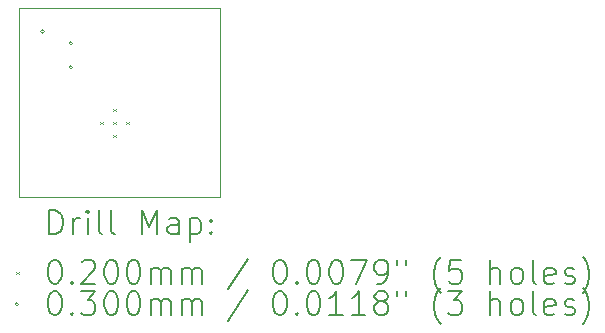
<source format=gbr>
%TF.GenerationSoftware,KiCad,Pcbnew,8.0.7*%
%TF.CreationDate,2025-01-11T12:37:20+01:00*%
%TF.ProjectId,NGCL,4e47434c-2e6b-4696-9361-645f70636258,rev?*%
%TF.SameCoordinates,Original*%
%TF.FileFunction,Drillmap*%
%TF.FilePolarity,Positive*%
%FSLAX45Y45*%
G04 Gerber Fmt 4.5, Leading zero omitted, Abs format (unit mm)*
G04 Created by KiCad (PCBNEW 8.0.7) date 2025-01-11 12:37:20*
%MOMM*%
%LPD*%
G01*
G04 APERTURE LIST*
%ADD10C,0.050000*%
%ADD11C,0.200000*%
%ADD12C,0.100000*%
G04 APERTURE END LIST*
D10*
X15600000Y-11100000D02*
X15600000Y-9500000D01*
X13900000Y-9500000D02*
X13900000Y-11100000D01*
X15600000Y-9500000D02*
X13900000Y-9500000D01*
X13900000Y-11100000D02*
X15600000Y-11100000D01*
D11*
D12*
X14588750Y-10465000D02*
X14608750Y-10485000D01*
X14608750Y-10465000D02*
X14588750Y-10485000D01*
X14698750Y-10355000D02*
X14718750Y-10375000D01*
X14718750Y-10355000D02*
X14698750Y-10375000D01*
X14698750Y-10465000D02*
X14718750Y-10485000D01*
X14718750Y-10465000D02*
X14698750Y-10485000D01*
X14698750Y-10575000D02*
X14718750Y-10595000D01*
X14718750Y-10575000D02*
X14698750Y-10595000D01*
X14808750Y-10465000D02*
X14828750Y-10485000D01*
X14828750Y-10465000D02*
X14808750Y-10485000D01*
X14115000Y-9700000D02*
G75*
G02*
X14085000Y-9700000I-15000J0D01*
G01*
X14085000Y-9700000D02*
G75*
G02*
X14115000Y-9700000I15000J0D01*
G01*
X14355000Y-9800000D02*
G75*
G02*
X14325000Y-9800000I-15000J0D01*
G01*
X14325000Y-9800000D02*
G75*
G02*
X14355000Y-9800000I15000J0D01*
G01*
X14355000Y-10000000D02*
G75*
G02*
X14325000Y-10000000I-15000J0D01*
G01*
X14325000Y-10000000D02*
G75*
G02*
X14355000Y-10000000I15000J0D01*
G01*
D11*
X14158277Y-11413984D02*
X14158277Y-11213984D01*
X14158277Y-11213984D02*
X14205896Y-11213984D01*
X14205896Y-11213984D02*
X14234467Y-11223508D01*
X14234467Y-11223508D02*
X14253515Y-11242555D01*
X14253515Y-11242555D02*
X14263039Y-11261603D01*
X14263039Y-11261603D02*
X14272562Y-11299698D01*
X14272562Y-11299698D02*
X14272562Y-11328269D01*
X14272562Y-11328269D02*
X14263039Y-11366365D01*
X14263039Y-11366365D02*
X14253515Y-11385412D01*
X14253515Y-11385412D02*
X14234467Y-11404460D01*
X14234467Y-11404460D02*
X14205896Y-11413984D01*
X14205896Y-11413984D02*
X14158277Y-11413984D01*
X14358277Y-11413984D02*
X14358277Y-11280650D01*
X14358277Y-11318746D02*
X14367801Y-11299698D01*
X14367801Y-11299698D02*
X14377324Y-11290174D01*
X14377324Y-11290174D02*
X14396372Y-11280650D01*
X14396372Y-11280650D02*
X14415420Y-11280650D01*
X14482086Y-11413984D02*
X14482086Y-11280650D01*
X14482086Y-11213984D02*
X14472562Y-11223508D01*
X14472562Y-11223508D02*
X14482086Y-11233031D01*
X14482086Y-11233031D02*
X14491610Y-11223508D01*
X14491610Y-11223508D02*
X14482086Y-11213984D01*
X14482086Y-11213984D02*
X14482086Y-11233031D01*
X14605896Y-11413984D02*
X14586848Y-11404460D01*
X14586848Y-11404460D02*
X14577324Y-11385412D01*
X14577324Y-11385412D02*
X14577324Y-11213984D01*
X14710658Y-11413984D02*
X14691610Y-11404460D01*
X14691610Y-11404460D02*
X14682086Y-11385412D01*
X14682086Y-11385412D02*
X14682086Y-11213984D01*
X14939229Y-11413984D02*
X14939229Y-11213984D01*
X14939229Y-11213984D02*
X15005896Y-11356841D01*
X15005896Y-11356841D02*
X15072562Y-11213984D01*
X15072562Y-11213984D02*
X15072562Y-11413984D01*
X15253515Y-11413984D02*
X15253515Y-11309222D01*
X15253515Y-11309222D02*
X15243991Y-11290174D01*
X15243991Y-11290174D02*
X15224943Y-11280650D01*
X15224943Y-11280650D02*
X15186848Y-11280650D01*
X15186848Y-11280650D02*
X15167801Y-11290174D01*
X15253515Y-11404460D02*
X15234467Y-11413984D01*
X15234467Y-11413984D02*
X15186848Y-11413984D01*
X15186848Y-11413984D02*
X15167801Y-11404460D01*
X15167801Y-11404460D02*
X15158277Y-11385412D01*
X15158277Y-11385412D02*
X15158277Y-11366365D01*
X15158277Y-11366365D02*
X15167801Y-11347317D01*
X15167801Y-11347317D02*
X15186848Y-11337793D01*
X15186848Y-11337793D02*
X15234467Y-11337793D01*
X15234467Y-11337793D02*
X15253515Y-11328269D01*
X15348753Y-11280650D02*
X15348753Y-11480650D01*
X15348753Y-11290174D02*
X15367801Y-11280650D01*
X15367801Y-11280650D02*
X15405896Y-11280650D01*
X15405896Y-11280650D02*
X15424943Y-11290174D01*
X15424943Y-11290174D02*
X15434467Y-11299698D01*
X15434467Y-11299698D02*
X15443991Y-11318746D01*
X15443991Y-11318746D02*
X15443991Y-11375888D01*
X15443991Y-11375888D02*
X15434467Y-11394936D01*
X15434467Y-11394936D02*
X15424943Y-11404460D01*
X15424943Y-11404460D02*
X15405896Y-11413984D01*
X15405896Y-11413984D02*
X15367801Y-11413984D01*
X15367801Y-11413984D02*
X15348753Y-11404460D01*
X15529705Y-11394936D02*
X15539229Y-11404460D01*
X15539229Y-11404460D02*
X15529705Y-11413984D01*
X15529705Y-11413984D02*
X15520182Y-11404460D01*
X15520182Y-11404460D02*
X15529705Y-11394936D01*
X15529705Y-11394936D02*
X15529705Y-11413984D01*
X15529705Y-11290174D02*
X15539229Y-11299698D01*
X15539229Y-11299698D02*
X15529705Y-11309222D01*
X15529705Y-11309222D02*
X15520182Y-11299698D01*
X15520182Y-11299698D02*
X15529705Y-11290174D01*
X15529705Y-11290174D02*
X15529705Y-11309222D01*
D12*
X13877500Y-11732500D02*
X13897500Y-11752500D01*
X13897500Y-11732500D02*
X13877500Y-11752500D01*
D11*
X14196372Y-11633984D02*
X14215420Y-11633984D01*
X14215420Y-11633984D02*
X14234467Y-11643508D01*
X14234467Y-11643508D02*
X14243991Y-11653031D01*
X14243991Y-11653031D02*
X14253515Y-11672079D01*
X14253515Y-11672079D02*
X14263039Y-11710174D01*
X14263039Y-11710174D02*
X14263039Y-11757793D01*
X14263039Y-11757793D02*
X14253515Y-11795888D01*
X14253515Y-11795888D02*
X14243991Y-11814936D01*
X14243991Y-11814936D02*
X14234467Y-11824460D01*
X14234467Y-11824460D02*
X14215420Y-11833984D01*
X14215420Y-11833984D02*
X14196372Y-11833984D01*
X14196372Y-11833984D02*
X14177324Y-11824460D01*
X14177324Y-11824460D02*
X14167801Y-11814936D01*
X14167801Y-11814936D02*
X14158277Y-11795888D01*
X14158277Y-11795888D02*
X14148753Y-11757793D01*
X14148753Y-11757793D02*
X14148753Y-11710174D01*
X14148753Y-11710174D02*
X14158277Y-11672079D01*
X14158277Y-11672079D02*
X14167801Y-11653031D01*
X14167801Y-11653031D02*
X14177324Y-11643508D01*
X14177324Y-11643508D02*
X14196372Y-11633984D01*
X14348753Y-11814936D02*
X14358277Y-11824460D01*
X14358277Y-11824460D02*
X14348753Y-11833984D01*
X14348753Y-11833984D02*
X14339229Y-11824460D01*
X14339229Y-11824460D02*
X14348753Y-11814936D01*
X14348753Y-11814936D02*
X14348753Y-11833984D01*
X14434467Y-11653031D02*
X14443991Y-11643508D01*
X14443991Y-11643508D02*
X14463039Y-11633984D01*
X14463039Y-11633984D02*
X14510658Y-11633984D01*
X14510658Y-11633984D02*
X14529705Y-11643508D01*
X14529705Y-11643508D02*
X14539229Y-11653031D01*
X14539229Y-11653031D02*
X14548753Y-11672079D01*
X14548753Y-11672079D02*
X14548753Y-11691127D01*
X14548753Y-11691127D02*
X14539229Y-11719698D01*
X14539229Y-11719698D02*
X14424943Y-11833984D01*
X14424943Y-11833984D02*
X14548753Y-11833984D01*
X14672562Y-11633984D02*
X14691610Y-11633984D01*
X14691610Y-11633984D02*
X14710658Y-11643508D01*
X14710658Y-11643508D02*
X14720182Y-11653031D01*
X14720182Y-11653031D02*
X14729705Y-11672079D01*
X14729705Y-11672079D02*
X14739229Y-11710174D01*
X14739229Y-11710174D02*
X14739229Y-11757793D01*
X14739229Y-11757793D02*
X14729705Y-11795888D01*
X14729705Y-11795888D02*
X14720182Y-11814936D01*
X14720182Y-11814936D02*
X14710658Y-11824460D01*
X14710658Y-11824460D02*
X14691610Y-11833984D01*
X14691610Y-11833984D02*
X14672562Y-11833984D01*
X14672562Y-11833984D02*
X14653515Y-11824460D01*
X14653515Y-11824460D02*
X14643991Y-11814936D01*
X14643991Y-11814936D02*
X14634467Y-11795888D01*
X14634467Y-11795888D02*
X14624943Y-11757793D01*
X14624943Y-11757793D02*
X14624943Y-11710174D01*
X14624943Y-11710174D02*
X14634467Y-11672079D01*
X14634467Y-11672079D02*
X14643991Y-11653031D01*
X14643991Y-11653031D02*
X14653515Y-11643508D01*
X14653515Y-11643508D02*
X14672562Y-11633984D01*
X14863039Y-11633984D02*
X14882086Y-11633984D01*
X14882086Y-11633984D02*
X14901134Y-11643508D01*
X14901134Y-11643508D02*
X14910658Y-11653031D01*
X14910658Y-11653031D02*
X14920182Y-11672079D01*
X14920182Y-11672079D02*
X14929705Y-11710174D01*
X14929705Y-11710174D02*
X14929705Y-11757793D01*
X14929705Y-11757793D02*
X14920182Y-11795888D01*
X14920182Y-11795888D02*
X14910658Y-11814936D01*
X14910658Y-11814936D02*
X14901134Y-11824460D01*
X14901134Y-11824460D02*
X14882086Y-11833984D01*
X14882086Y-11833984D02*
X14863039Y-11833984D01*
X14863039Y-11833984D02*
X14843991Y-11824460D01*
X14843991Y-11824460D02*
X14834467Y-11814936D01*
X14834467Y-11814936D02*
X14824943Y-11795888D01*
X14824943Y-11795888D02*
X14815420Y-11757793D01*
X14815420Y-11757793D02*
X14815420Y-11710174D01*
X14815420Y-11710174D02*
X14824943Y-11672079D01*
X14824943Y-11672079D02*
X14834467Y-11653031D01*
X14834467Y-11653031D02*
X14843991Y-11643508D01*
X14843991Y-11643508D02*
X14863039Y-11633984D01*
X15015420Y-11833984D02*
X15015420Y-11700650D01*
X15015420Y-11719698D02*
X15024943Y-11710174D01*
X15024943Y-11710174D02*
X15043991Y-11700650D01*
X15043991Y-11700650D02*
X15072563Y-11700650D01*
X15072563Y-11700650D02*
X15091610Y-11710174D01*
X15091610Y-11710174D02*
X15101134Y-11729222D01*
X15101134Y-11729222D02*
X15101134Y-11833984D01*
X15101134Y-11729222D02*
X15110658Y-11710174D01*
X15110658Y-11710174D02*
X15129705Y-11700650D01*
X15129705Y-11700650D02*
X15158277Y-11700650D01*
X15158277Y-11700650D02*
X15177324Y-11710174D01*
X15177324Y-11710174D02*
X15186848Y-11729222D01*
X15186848Y-11729222D02*
X15186848Y-11833984D01*
X15282086Y-11833984D02*
X15282086Y-11700650D01*
X15282086Y-11719698D02*
X15291610Y-11710174D01*
X15291610Y-11710174D02*
X15310658Y-11700650D01*
X15310658Y-11700650D02*
X15339229Y-11700650D01*
X15339229Y-11700650D02*
X15358277Y-11710174D01*
X15358277Y-11710174D02*
X15367801Y-11729222D01*
X15367801Y-11729222D02*
X15367801Y-11833984D01*
X15367801Y-11729222D02*
X15377324Y-11710174D01*
X15377324Y-11710174D02*
X15396372Y-11700650D01*
X15396372Y-11700650D02*
X15424943Y-11700650D01*
X15424943Y-11700650D02*
X15443991Y-11710174D01*
X15443991Y-11710174D02*
X15453515Y-11729222D01*
X15453515Y-11729222D02*
X15453515Y-11833984D01*
X15843991Y-11624460D02*
X15672563Y-11881603D01*
X16101134Y-11633984D02*
X16120182Y-11633984D01*
X16120182Y-11633984D02*
X16139229Y-11643508D01*
X16139229Y-11643508D02*
X16148753Y-11653031D01*
X16148753Y-11653031D02*
X16158277Y-11672079D01*
X16158277Y-11672079D02*
X16167801Y-11710174D01*
X16167801Y-11710174D02*
X16167801Y-11757793D01*
X16167801Y-11757793D02*
X16158277Y-11795888D01*
X16158277Y-11795888D02*
X16148753Y-11814936D01*
X16148753Y-11814936D02*
X16139229Y-11824460D01*
X16139229Y-11824460D02*
X16120182Y-11833984D01*
X16120182Y-11833984D02*
X16101134Y-11833984D01*
X16101134Y-11833984D02*
X16082086Y-11824460D01*
X16082086Y-11824460D02*
X16072563Y-11814936D01*
X16072563Y-11814936D02*
X16063039Y-11795888D01*
X16063039Y-11795888D02*
X16053515Y-11757793D01*
X16053515Y-11757793D02*
X16053515Y-11710174D01*
X16053515Y-11710174D02*
X16063039Y-11672079D01*
X16063039Y-11672079D02*
X16072563Y-11653031D01*
X16072563Y-11653031D02*
X16082086Y-11643508D01*
X16082086Y-11643508D02*
X16101134Y-11633984D01*
X16253515Y-11814936D02*
X16263039Y-11824460D01*
X16263039Y-11824460D02*
X16253515Y-11833984D01*
X16253515Y-11833984D02*
X16243991Y-11824460D01*
X16243991Y-11824460D02*
X16253515Y-11814936D01*
X16253515Y-11814936D02*
X16253515Y-11833984D01*
X16386848Y-11633984D02*
X16405896Y-11633984D01*
X16405896Y-11633984D02*
X16424944Y-11643508D01*
X16424944Y-11643508D02*
X16434467Y-11653031D01*
X16434467Y-11653031D02*
X16443991Y-11672079D01*
X16443991Y-11672079D02*
X16453515Y-11710174D01*
X16453515Y-11710174D02*
X16453515Y-11757793D01*
X16453515Y-11757793D02*
X16443991Y-11795888D01*
X16443991Y-11795888D02*
X16434467Y-11814936D01*
X16434467Y-11814936D02*
X16424944Y-11824460D01*
X16424944Y-11824460D02*
X16405896Y-11833984D01*
X16405896Y-11833984D02*
X16386848Y-11833984D01*
X16386848Y-11833984D02*
X16367801Y-11824460D01*
X16367801Y-11824460D02*
X16358277Y-11814936D01*
X16358277Y-11814936D02*
X16348753Y-11795888D01*
X16348753Y-11795888D02*
X16339229Y-11757793D01*
X16339229Y-11757793D02*
X16339229Y-11710174D01*
X16339229Y-11710174D02*
X16348753Y-11672079D01*
X16348753Y-11672079D02*
X16358277Y-11653031D01*
X16358277Y-11653031D02*
X16367801Y-11643508D01*
X16367801Y-11643508D02*
X16386848Y-11633984D01*
X16577325Y-11633984D02*
X16596372Y-11633984D01*
X16596372Y-11633984D02*
X16615420Y-11643508D01*
X16615420Y-11643508D02*
X16624944Y-11653031D01*
X16624944Y-11653031D02*
X16634467Y-11672079D01*
X16634467Y-11672079D02*
X16643991Y-11710174D01*
X16643991Y-11710174D02*
X16643991Y-11757793D01*
X16643991Y-11757793D02*
X16634467Y-11795888D01*
X16634467Y-11795888D02*
X16624944Y-11814936D01*
X16624944Y-11814936D02*
X16615420Y-11824460D01*
X16615420Y-11824460D02*
X16596372Y-11833984D01*
X16596372Y-11833984D02*
X16577325Y-11833984D01*
X16577325Y-11833984D02*
X16558277Y-11824460D01*
X16558277Y-11824460D02*
X16548753Y-11814936D01*
X16548753Y-11814936D02*
X16539229Y-11795888D01*
X16539229Y-11795888D02*
X16529706Y-11757793D01*
X16529706Y-11757793D02*
X16529706Y-11710174D01*
X16529706Y-11710174D02*
X16539229Y-11672079D01*
X16539229Y-11672079D02*
X16548753Y-11653031D01*
X16548753Y-11653031D02*
X16558277Y-11643508D01*
X16558277Y-11643508D02*
X16577325Y-11633984D01*
X16710658Y-11633984D02*
X16843991Y-11633984D01*
X16843991Y-11633984D02*
X16758277Y-11833984D01*
X16929706Y-11833984D02*
X16967801Y-11833984D01*
X16967801Y-11833984D02*
X16986849Y-11824460D01*
X16986849Y-11824460D02*
X16996372Y-11814936D01*
X16996372Y-11814936D02*
X17015420Y-11786365D01*
X17015420Y-11786365D02*
X17024944Y-11748269D01*
X17024944Y-11748269D02*
X17024944Y-11672079D01*
X17024944Y-11672079D02*
X17015420Y-11653031D01*
X17015420Y-11653031D02*
X17005896Y-11643508D01*
X17005896Y-11643508D02*
X16986849Y-11633984D01*
X16986849Y-11633984D02*
X16948753Y-11633984D01*
X16948753Y-11633984D02*
X16929706Y-11643508D01*
X16929706Y-11643508D02*
X16920182Y-11653031D01*
X16920182Y-11653031D02*
X16910658Y-11672079D01*
X16910658Y-11672079D02*
X16910658Y-11719698D01*
X16910658Y-11719698D02*
X16920182Y-11738746D01*
X16920182Y-11738746D02*
X16929706Y-11748269D01*
X16929706Y-11748269D02*
X16948753Y-11757793D01*
X16948753Y-11757793D02*
X16986849Y-11757793D01*
X16986849Y-11757793D02*
X17005896Y-11748269D01*
X17005896Y-11748269D02*
X17015420Y-11738746D01*
X17015420Y-11738746D02*
X17024944Y-11719698D01*
X17101134Y-11633984D02*
X17101134Y-11672079D01*
X17177325Y-11633984D02*
X17177325Y-11672079D01*
X17472563Y-11910174D02*
X17463039Y-11900650D01*
X17463039Y-11900650D02*
X17443991Y-11872079D01*
X17443991Y-11872079D02*
X17434468Y-11853031D01*
X17434468Y-11853031D02*
X17424944Y-11824460D01*
X17424944Y-11824460D02*
X17415420Y-11776841D01*
X17415420Y-11776841D02*
X17415420Y-11738746D01*
X17415420Y-11738746D02*
X17424944Y-11691127D01*
X17424944Y-11691127D02*
X17434468Y-11662555D01*
X17434468Y-11662555D02*
X17443991Y-11643508D01*
X17443991Y-11643508D02*
X17463039Y-11614936D01*
X17463039Y-11614936D02*
X17472563Y-11605412D01*
X17643991Y-11633984D02*
X17548753Y-11633984D01*
X17548753Y-11633984D02*
X17539230Y-11729222D01*
X17539230Y-11729222D02*
X17548753Y-11719698D01*
X17548753Y-11719698D02*
X17567801Y-11710174D01*
X17567801Y-11710174D02*
X17615420Y-11710174D01*
X17615420Y-11710174D02*
X17634468Y-11719698D01*
X17634468Y-11719698D02*
X17643991Y-11729222D01*
X17643991Y-11729222D02*
X17653515Y-11748269D01*
X17653515Y-11748269D02*
X17653515Y-11795888D01*
X17653515Y-11795888D02*
X17643991Y-11814936D01*
X17643991Y-11814936D02*
X17634468Y-11824460D01*
X17634468Y-11824460D02*
X17615420Y-11833984D01*
X17615420Y-11833984D02*
X17567801Y-11833984D01*
X17567801Y-11833984D02*
X17548753Y-11824460D01*
X17548753Y-11824460D02*
X17539230Y-11814936D01*
X17891611Y-11833984D02*
X17891611Y-11633984D01*
X17977325Y-11833984D02*
X17977325Y-11729222D01*
X17977325Y-11729222D02*
X17967801Y-11710174D01*
X17967801Y-11710174D02*
X17948753Y-11700650D01*
X17948753Y-11700650D02*
X17920182Y-11700650D01*
X17920182Y-11700650D02*
X17901134Y-11710174D01*
X17901134Y-11710174D02*
X17891611Y-11719698D01*
X18101134Y-11833984D02*
X18082087Y-11824460D01*
X18082087Y-11824460D02*
X18072563Y-11814936D01*
X18072563Y-11814936D02*
X18063039Y-11795888D01*
X18063039Y-11795888D02*
X18063039Y-11738746D01*
X18063039Y-11738746D02*
X18072563Y-11719698D01*
X18072563Y-11719698D02*
X18082087Y-11710174D01*
X18082087Y-11710174D02*
X18101134Y-11700650D01*
X18101134Y-11700650D02*
X18129706Y-11700650D01*
X18129706Y-11700650D02*
X18148753Y-11710174D01*
X18148753Y-11710174D02*
X18158277Y-11719698D01*
X18158277Y-11719698D02*
X18167801Y-11738746D01*
X18167801Y-11738746D02*
X18167801Y-11795888D01*
X18167801Y-11795888D02*
X18158277Y-11814936D01*
X18158277Y-11814936D02*
X18148753Y-11824460D01*
X18148753Y-11824460D02*
X18129706Y-11833984D01*
X18129706Y-11833984D02*
X18101134Y-11833984D01*
X18282087Y-11833984D02*
X18263039Y-11824460D01*
X18263039Y-11824460D02*
X18253515Y-11805412D01*
X18253515Y-11805412D02*
X18253515Y-11633984D01*
X18434468Y-11824460D02*
X18415420Y-11833984D01*
X18415420Y-11833984D02*
X18377325Y-11833984D01*
X18377325Y-11833984D02*
X18358277Y-11824460D01*
X18358277Y-11824460D02*
X18348753Y-11805412D01*
X18348753Y-11805412D02*
X18348753Y-11729222D01*
X18348753Y-11729222D02*
X18358277Y-11710174D01*
X18358277Y-11710174D02*
X18377325Y-11700650D01*
X18377325Y-11700650D02*
X18415420Y-11700650D01*
X18415420Y-11700650D02*
X18434468Y-11710174D01*
X18434468Y-11710174D02*
X18443992Y-11729222D01*
X18443992Y-11729222D02*
X18443992Y-11748269D01*
X18443992Y-11748269D02*
X18348753Y-11767317D01*
X18520182Y-11824460D02*
X18539230Y-11833984D01*
X18539230Y-11833984D02*
X18577325Y-11833984D01*
X18577325Y-11833984D02*
X18596373Y-11824460D01*
X18596373Y-11824460D02*
X18605896Y-11805412D01*
X18605896Y-11805412D02*
X18605896Y-11795888D01*
X18605896Y-11795888D02*
X18596373Y-11776841D01*
X18596373Y-11776841D02*
X18577325Y-11767317D01*
X18577325Y-11767317D02*
X18548753Y-11767317D01*
X18548753Y-11767317D02*
X18529706Y-11757793D01*
X18529706Y-11757793D02*
X18520182Y-11738746D01*
X18520182Y-11738746D02*
X18520182Y-11729222D01*
X18520182Y-11729222D02*
X18529706Y-11710174D01*
X18529706Y-11710174D02*
X18548753Y-11700650D01*
X18548753Y-11700650D02*
X18577325Y-11700650D01*
X18577325Y-11700650D02*
X18596373Y-11710174D01*
X18672563Y-11910174D02*
X18682087Y-11900650D01*
X18682087Y-11900650D02*
X18701134Y-11872079D01*
X18701134Y-11872079D02*
X18710658Y-11853031D01*
X18710658Y-11853031D02*
X18720182Y-11824460D01*
X18720182Y-11824460D02*
X18729706Y-11776841D01*
X18729706Y-11776841D02*
X18729706Y-11738746D01*
X18729706Y-11738746D02*
X18720182Y-11691127D01*
X18720182Y-11691127D02*
X18710658Y-11662555D01*
X18710658Y-11662555D02*
X18701134Y-11643508D01*
X18701134Y-11643508D02*
X18682087Y-11614936D01*
X18682087Y-11614936D02*
X18672563Y-11605412D01*
D12*
X13897500Y-12006500D02*
G75*
G02*
X13867500Y-12006500I-15000J0D01*
G01*
X13867500Y-12006500D02*
G75*
G02*
X13897500Y-12006500I15000J0D01*
G01*
D11*
X14196372Y-11897984D02*
X14215420Y-11897984D01*
X14215420Y-11897984D02*
X14234467Y-11907508D01*
X14234467Y-11907508D02*
X14243991Y-11917031D01*
X14243991Y-11917031D02*
X14253515Y-11936079D01*
X14253515Y-11936079D02*
X14263039Y-11974174D01*
X14263039Y-11974174D02*
X14263039Y-12021793D01*
X14263039Y-12021793D02*
X14253515Y-12059888D01*
X14253515Y-12059888D02*
X14243991Y-12078936D01*
X14243991Y-12078936D02*
X14234467Y-12088460D01*
X14234467Y-12088460D02*
X14215420Y-12097984D01*
X14215420Y-12097984D02*
X14196372Y-12097984D01*
X14196372Y-12097984D02*
X14177324Y-12088460D01*
X14177324Y-12088460D02*
X14167801Y-12078936D01*
X14167801Y-12078936D02*
X14158277Y-12059888D01*
X14158277Y-12059888D02*
X14148753Y-12021793D01*
X14148753Y-12021793D02*
X14148753Y-11974174D01*
X14148753Y-11974174D02*
X14158277Y-11936079D01*
X14158277Y-11936079D02*
X14167801Y-11917031D01*
X14167801Y-11917031D02*
X14177324Y-11907508D01*
X14177324Y-11907508D02*
X14196372Y-11897984D01*
X14348753Y-12078936D02*
X14358277Y-12088460D01*
X14358277Y-12088460D02*
X14348753Y-12097984D01*
X14348753Y-12097984D02*
X14339229Y-12088460D01*
X14339229Y-12088460D02*
X14348753Y-12078936D01*
X14348753Y-12078936D02*
X14348753Y-12097984D01*
X14424943Y-11897984D02*
X14548753Y-11897984D01*
X14548753Y-11897984D02*
X14482086Y-11974174D01*
X14482086Y-11974174D02*
X14510658Y-11974174D01*
X14510658Y-11974174D02*
X14529705Y-11983698D01*
X14529705Y-11983698D02*
X14539229Y-11993222D01*
X14539229Y-11993222D02*
X14548753Y-12012269D01*
X14548753Y-12012269D02*
X14548753Y-12059888D01*
X14548753Y-12059888D02*
X14539229Y-12078936D01*
X14539229Y-12078936D02*
X14529705Y-12088460D01*
X14529705Y-12088460D02*
X14510658Y-12097984D01*
X14510658Y-12097984D02*
X14453515Y-12097984D01*
X14453515Y-12097984D02*
X14434467Y-12088460D01*
X14434467Y-12088460D02*
X14424943Y-12078936D01*
X14672562Y-11897984D02*
X14691610Y-11897984D01*
X14691610Y-11897984D02*
X14710658Y-11907508D01*
X14710658Y-11907508D02*
X14720182Y-11917031D01*
X14720182Y-11917031D02*
X14729705Y-11936079D01*
X14729705Y-11936079D02*
X14739229Y-11974174D01*
X14739229Y-11974174D02*
X14739229Y-12021793D01*
X14739229Y-12021793D02*
X14729705Y-12059888D01*
X14729705Y-12059888D02*
X14720182Y-12078936D01*
X14720182Y-12078936D02*
X14710658Y-12088460D01*
X14710658Y-12088460D02*
X14691610Y-12097984D01*
X14691610Y-12097984D02*
X14672562Y-12097984D01*
X14672562Y-12097984D02*
X14653515Y-12088460D01*
X14653515Y-12088460D02*
X14643991Y-12078936D01*
X14643991Y-12078936D02*
X14634467Y-12059888D01*
X14634467Y-12059888D02*
X14624943Y-12021793D01*
X14624943Y-12021793D02*
X14624943Y-11974174D01*
X14624943Y-11974174D02*
X14634467Y-11936079D01*
X14634467Y-11936079D02*
X14643991Y-11917031D01*
X14643991Y-11917031D02*
X14653515Y-11907508D01*
X14653515Y-11907508D02*
X14672562Y-11897984D01*
X14863039Y-11897984D02*
X14882086Y-11897984D01*
X14882086Y-11897984D02*
X14901134Y-11907508D01*
X14901134Y-11907508D02*
X14910658Y-11917031D01*
X14910658Y-11917031D02*
X14920182Y-11936079D01*
X14920182Y-11936079D02*
X14929705Y-11974174D01*
X14929705Y-11974174D02*
X14929705Y-12021793D01*
X14929705Y-12021793D02*
X14920182Y-12059888D01*
X14920182Y-12059888D02*
X14910658Y-12078936D01*
X14910658Y-12078936D02*
X14901134Y-12088460D01*
X14901134Y-12088460D02*
X14882086Y-12097984D01*
X14882086Y-12097984D02*
X14863039Y-12097984D01*
X14863039Y-12097984D02*
X14843991Y-12088460D01*
X14843991Y-12088460D02*
X14834467Y-12078936D01*
X14834467Y-12078936D02*
X14824943Y-12059888D01*
X14824943Y-12059888D02*
X14815420Y-12021793D01*
X14815420Y-12021793D02*
X14815420Y-11974174D01*
X14815420Y-11974174D02*
X14824943Y-11936079D01*
X14824943Y-11936079D02*
X14834467Y-11917031D01*
X14834467Y-11917031D02*
X14843991Y-11907508D01*
X14843991Y-11907508D02*
X14863039Y-11897984D01*
X15015420Y-12097984D02*
X15015420Y-11964650D01*
X15015420Y-11983698D02*
X15024943Y-11974174D01*
X15024943Y-11974174D02*
X15043991Y-11964650D01*
X15043991Y-11964650D02*
X15072563Y-11964650D01*
X15072563Y-11964650D02*
X15091610Y-11974174D01*
X15091610Y-11974174D02*
X15101134Y-11993222D01*
X15101134Y-11993222D02*
X15101134Y-12097984D01*
X15101134Y-11993222D02*
X15110658Y-11974174D01*
X15110658Y-11974174D02*
X15129705Y-11964650D01*
X15129705Y-11964650D02*
X15158277Y-11964650D01*
X15158277Y-11964650D02*
X15177324Y-11974174D01*
X15177324Y-11974174D02*
X15186848Y-11993222D01*
X15186848Y-11993222D02*
X15186848Y-12097984D01*
X15282086Y-12097984D02*
X15282086Y-11964650D01*
X15282086Y-11983698D02*
X15291610Y-11974174D01*
X15291610Y-11974174D02*
X15310658Y-11964650D01*
X15310658Y-11964650D02*
X15339229Y-11964650D01*
X15339229Y-11964650D02*
X15358277Y-11974174D01*
X15358277Y-11974174D02*
X15367801Y-11993222D01*
X15367801Y-11993222D02*
X15367801Y-12097984D01*
X15367801Y-11993222D02*
X15377324Y-11974174D01*
X15377324Y-11974174D02*
X15396372Y-11964650D01*
X15396372Y-11964650D02*
X15424943Y-11964650D01*
X15424943Y-11964650D02*
X15443991Y-11974174D01*
X15443991Y-11974174D02*
X15453515Y-11993222D01*
X15453515Y-11993222D02*
X15453515Y-12097984D01*
X15843991Y-11888460D02*
X15672563Y-12145603D01*
X16101134Y-11897984D02*
X16120182Y-11897984D01*
X16120182Y-11897984D02*
X16139229Y-11907508D01*
X16139229Y-11907508D02*
X16148753Y-11917031D01*
X16148753Y-11917031D02*
X16158277Y-11936079D01*
X16158277Y-11936079D02*
X16167801Y-11974174D01*
X16167801Y-11974174D02*
X16167801Y-12021793D01*
X16167801Y-12021793D02*
X16158277Y-12059888D01*
X16158277Y-12059888D02*
X16148753Y-12078936D01*
X16148753Y-12078936D02*
X16139229Y-12088460D01*
X16139229Y-12088460D02*
X16120182Y-12097984D01*
X16120182Y-12097984D02*
X16101134Y-12097984D01*
X16101134Y-12097984D02*
X16082086Y-12088460D01*
X16082086Y-12088460D02*
X16072563Y-12078936D01*
X16072563Y-12078936D02*
X16063039Y-12059888D01*
X16063039Y-12059888D02*
X16053515Y-12021793D01*
X16053515Y-12021793D02*
X16053515Y-11974174D01*
X16053515Y-11974174D02*
X16063039Y-11936079D01*
X16063039Y-11936079D02*
X16072563Y-11917031D01*
X16072563Y-11917031D02*
X16082086Y-11907508D01*
X16082086Y-11907508D02*
X16101134Y-11897984D01*
X16253515Y-12078936D02*
X16263039Y-12088460D01*
X16263039Y-12088460D02*
X16253515Y-12097984D01*
X16253515Y-12097984D02*
X16243991Y-12088460D01*
X16243991Y-12088460D02*
X16253515Y-12078936D01*
X16253515Y-12078936D02*
X16253515Y-12097984D01*
X16386848Y-11897984D02*
X16405896Y-11897984D01*
X16405896Y-11897984D02*
X16424944Y-11907508D01*
X16424944Y-11907508D02*
X16434467Y-11917031D01*
X16434467Y-11917031D02*
X16443991Y-11936079D01*
X16443991Y-11936079D02*
X16453515Y-11974174D01*
X16453515Y-11974174D02*
X16453515Y-12021793D01*
X16453515Y-12021793D02*
X16443991Y-12059888D01*
X16443991Y-12059888D02*
X16434467Y-12078936D01*
X16434467Y-12078936D02*
X16424944Y-12088460D01*
X16424944Y-12088460D02*
X16405896Y-12097984D01*
X16405896Y-12097984D02*
X16386848Y-12097984D01*
X16386848Y-12097984D02*
X16367801Y-12088460D01*
X16367801Y-12088460D02*
X16358277Y-12078936D01*
X16358277Y-12078936D02*
X16348753Y-12059888D01*
X16348753Y-12059888D02*
X16339229Y-12021793D01*
X16339229Y-12021793D02*
X16339229Y-11974174D01*
X16339229Y-11974174D02*
X16348753Y-11936079D01*
X16348753Y-11936079D02*
X16358277Y-11917031D01*
X16358277Y-11917031D02*
X16367801Y-11907508D01*
X16367801Y-11907508D02*
X16386848Y-11897984D01*
X16643991Y-12097984D02*
X16529706Y-12097984D01*
X16586848Y-12097984D02*
X16586848Y-11897984D01*
X16586848Y-11897984D02*
X16567801Y-11926555D01*
X16567801Y-11926555D02*
X16548753Y-11945603D01*
X16548753Y-11945603D02*
X16529706Y-11955127D01*
X16834468Y-12097984D02*
X16720182Y-12097984D01*
X16777325Y-12097984D02*
X16777325Y-11897984D01*
X16777325Y-11897984D02*
X16758277Y-11926555D01*
X16758277Y-11926555D02*
X16739229Y-11945603D01*
X16739229Y-11945603D02*
X16720182Y-11955127D01*
X16948753Y-11983698D02*
X16929706Y-11974174D01*
X16929706Y-11974174D02*
X16920182Y-11964650D01*
X16920182Y-11964650D02*
X16910658Y-11945603D01*
X16910658Y-11945603D02*
X16910658Y-11936079D01*
X16910658Y-11936079D02*
X16920182Y-11917031D01*
X16920182Y-11917031D02*
X16929706Y-11907508D01*
X16929706Y-11907508D02*
X16948753Y-11897984D01*
X16948753Y-11897984D02*
X16986849Y-11897984D01*
X16986849Y-11897984D02*
X17005896Y-11907508D01*
X17005896Y-11907508D02*
X17015420Y-11917031D01*
X17015420Y-11917031D02*
X17024944Y-11936079D01*
X17024944Y-11936079D02*
X17024944Y-11945603D01*
X17024944Y-11945603D02*
X17015420Y-11964650D01*
X17015420Y-11964650D02*
X17005896Y-11974174D01*
X17005896Y-11974174D02*
X16986849Y-11983698D01*
X16986849Y-11983698D02*
X16948753Y-11983698D01*
X16948753Y-11983698D02*
X16929706Y-11993222D01*
X16929706Y-11993222D02*
X16920182Y-12002746D01*
X16920182Y-12002746D02*
X16910658Y-12021793D01*
X16910658Y-12021793D02*
X16910658Y-12059888D01*
X16910658Y-12059888D02*
X16920182Y-12078936D01*
X16920182Y-12078936D02*
X16929706Y-12088460D01*
X16929706Y-12088460D02*
X16948753Y-12097984D01*
X16948753Y-12097984D02*
X16986849Y-12097984D01*
X16986849Y-12097984D02*
X17005896Y-12088460D01*
X17005896Y-12088460D02*
X17015420Y-12078936D01*
X17015420Y-12078936D02*
X17024944Y-12059888D01*
X17024944Y-12059888D02*
X17024944Y-12021793D01*
X17024944Y-12021793D02*
X17015420Y-12002746D01*
X17015420Y-12002746D02*
X17005896Y-11993222D01*
X17005896Y-11993222D02*
X16986849Y-11983698D01*
X17101134Y-11897984D02*
X17101134Y-11936079D01*
X17177325Y-11897984D02*
X17177325Y-11936079D01*
X17472563Y-12174174D02*
X17463039Y-12164650D01*
X17463039Y-12164650D02*
X17443991Y-12136079D01*
X17443991Y-12136079D02*
X17434468Y-12117031D01*
X17434468Y-12117031D02*
X17424944Y-12088460D01*
X17424944Y-12088460D02*
X17415420Y-12040841D01*
X17415420Y-12040841D02*
X17415420Y-12002746D01*
X17415420Y-12002746D02*
X17424944Y-11955127D01*
X17424944Y-11955127D02*
X17434468Y-11926555D01*
X17434468Y-11926555D02*
X17443991Y-11907508D01*
X17443991Y-11907508D02*
X17463039Y-11878936D01*
X17463039Y-11878936D02*
X17472563Y-11869412D01*
X17529706Y-11897984D02*
X17653515Y-11897984D01*
X17653515Y-11897984D02*
X17586849Y-11974174D01*
X17586849Y-11974174D02*
X17615420Y-11974174D01*
X17615420Y-11974174D02*
X17634468Y-11983698D01*
X17634468Y-11983698D02*
X17643991Y-11993222D01*
X17643991Y-11993222D02*
X17653515Y-12012269D01*
X17653515Y-12012269D02*
X17653515Y-12059888D01*
X17653515Y-12059888D02*
X17643991Y-12078936D01*
X17643991Y-12078936D02*
X17634468Y-12088460D01*
X17634468Y-12088460D02*
X17615420Y-12097984D01*
X17615420Y-12097984D02*
X17558277Y-12097984D01*
X17558277Y-12097984D02*
X17539230Y-12088460D01*
X17539230Y-12088460D02*
X17529706Y-12078936D01*
X17891611Y-12097984D02*
X17891611Y-11897984D01*
X17977325Y-12097984D02*
X17977325Y-11993222D01*
X17977325Y-11993222D02*
X17967801Y-11974174D01*
X17967801Y-11974174D02*
X17948753Y-11964650D01*
X17948753Y-11964650D02*
X17920182Y-11964650D01*
X17920182Y-11964650D02*
X17901134Y-11974174D01*
X17901134Y-11974174D02*
X17891611Y-11983698D01*
X18101134Y-12097984D02*
X18082087Y-12088460D01*
X18082087Y-12088460D02*
X18072563Y-12078936D01*
X18072563Y-12078936D02*
X18063039Y-12059888D01*
X18063039Y-12059888D02*
X18063039Y-12002746D01*
X18063039Y-12002746D02*
X18072563Y-11983698D01*
X18072563Y-11983698D02*
X18082087Y-11974174D01*
X18082087Y-11974174D02*
X18101134Y-11964650D01*
X18101134Y-11964650D02*
X18129706Y-11964650D01*
X18129706Y-11964650D02*
X18148753Y-11974174D01*
X18148753Y-11974174D02*
X18158277Y-11983698D01*
X18158277Y-11983698D02*
X18167801Y-12002746D01*
X18167801Y-12002746D02*
X18167801Y-12059888D01*
X18167801Y-12059888D02*
X18158277Y-12078936D01*
X18158277Y-12078936D02*
X18148753Y-12088460D01*
X18148753Y-12088460D02*
X18129706Y-12097984D01*
X18129706Y-12097984D02*
X18101134Y-12097984D01*
X18282087Y-12097984D02*
X18263039Y-12088460D01*
X18263039Y-12088460D02*
X18253515Y-12069412D01*
X18253515Y-12069412D02*
X18253515Y-11897984D01*
X18434468Y-12088460D02*
X18415420Y-12097984D01*
X18415420Y-12097984D02*
X18377325Y-12097984D01*
X18377325Y-12097984D02*
X18358277Y-12088460D01*
X18358277Y-12088460D02*
X18348753Y-12069412D01*
X18348753Y-12069412D02*
X18348753Y-11993222D01*
X18348753Y-11993222D02*
X18358277Y-11974174D01*
X18358277Y-11974174D02*
X18377325Y-11964650D01*
X18377325Y-11964650D02*
X18415420Y-11964650D01*
X18415420Y-11964650D02*
X18434468Y-11974174D01*
X18434468Y-11974174D02*
X18443992Y-11993222D01*
X18443992Y-11993222D02*
X18443992Y-12012269D01*
X18443992Y-12012269D02*
X18348753Y-12031317D01*
X18520182Y-12088460D02*
X18539230Y-12097984D01*
X18539230Y-12097984D02*
X18577325Y-12097984D01*
X18577325Y-12097984D02*
X18596373Y-12088460D01*
X18596373Y-12088460D02*
X18605896Y-12069412D01*
X18605896Y-12069412D02*
X18605896Y-12059888D01*
X18605896Y-12059888D02*
X18596373Y-12040841D01*
X18596373Y-12040841D02*
X18577325Y-12031317D01*
X18577325Y-12031317D02*
X18548753Y-12031317D01*
X18548753Y-12031317D02*
X18529706Y-12021793D01*
X18529706Y-12021793D02*
X18520182Y-12002746D01*
X18520182Y-12002746D02*
X18520182Y-11993222D01*
X18520182Y-11993222D02*
X18529706Y-11974174D01*
X18529706Y-11974174D02*
X18548753Y-11964650D01*
X18548753Y-11964650D02*
X18577325Y-11964650D01*
X18577325Y-11964650D02*
X18596373Y-11974174D01*
X18672563Y-12174174D02*
X18682087Y-12164650D01*
X18682087Y-12164650D02*
X18701134Y-12136079D01*
X18701134Y-12136079D02*
X18710658Y-12117031D01*
X18710658Y-12117031D02*
X18720182Y-12088460D01*
X18720182Y-12088460D02*
X18729706Y-12040841D01*
X18729706Y-12040841D02*
X18729706Y-12002746D01*
X18729706Y-12002746D02*
X18720182Y-11955127D01*
X18720182Y-11955127D02*
X18710658Y-11926555D01*
X18710658Y-11926555D02*
X18701134Y-11907508D01*
X18701134Y-11907508D02*
X18682087Y-11878936D01*
X18682087Y-11878936D02*
X18672563Y-11869412D01*
M02*

</source>
